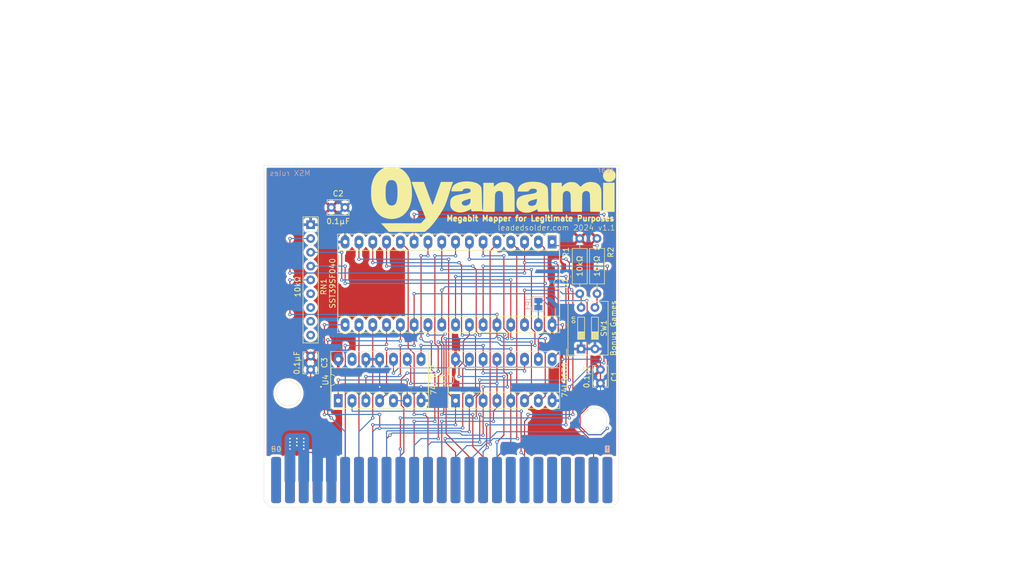
<source format=kicad_pcb>
(kicad_pcb (version 20240108) (generator "pcbnew") (generator_version "8.0")
  (layers (0 "F.Cu" signal) (31 "B.Cu" signal) (34 "B.Paste" user) (35 "F.Paste" user) (36 "B.SilkS" user "B.Silkscreen") (37 "F.SilkS" user "F.Silkscreen") (38 "B.Mask" user) (39 "F.Mask" user) (44 "Edge.Cuts" user))
  (net 0 "")
  (net 1 "Net-(JP1-B)")
  (net 2 "/D5")
  (net 3 "/D6")
  (net 4 "/A6")
  (net 5 "/PA14")
  (net 6 "/D4")
  (net 7 "/A5")
  (net 8 "/D2")
  (net 9 "/D1")
  (net 10 "/A4")
  (net 11 "/PA13")
  (net 12 "/A12")
  (net 13 "Net-(U1-A17)")
  (net 14 "/A7")
  (net 15 "/PA16")
  (net 16 "/D0")
  (net 17 "/A0")
  (net 18 "/A10")
  (net 19 "/A2")
  (net 20 "/A11")
  (net 21 "/D7")
  (net 22 "/D3")
  (net 23 "/~{SLTSL}")
  (net 24 "/A3")
  (net 25 "/PA15")
  (net 26 "/A1")
  (net 27 "/A9")
  (net 28 "/A8")
  (net 30 "/A13")
  (net 32 "/~{RD}")
  (net 33 "/A15")
  (net 34 "Net-(U2-SW1)")
  (net 35 "/~{PAGED_READ}")
  (net 36 "/A14")
  (net 43 "+5V")
  (net 45 "/~{WR}")
  (net 46 "/~{PAGE_WRITE}")
  (net 48 "GND")
  (net 49 "Net-(U4-Pad1)")
  (net 55 "Net-(U1-A18)")
  (footprint "Button_Switch_THT:SW_DIP_SPSTx02_Slide_9.78x7.26mm_W7.62mm_P2.54mm" (layer "F.Cu") (at 198.374 83.82 90)
    (property "Reference" "SW1")
    (property "Value" "Bonus Games")
  )
  (footprint "Package_DIP:DIP-14_W7.62mm_Socket_LongPads" (layer "F.Cu") (at 153.67 93.345 90)
    (property "Reference" "U4")
    (property "Value" "74LS02")
  )
  (footprint "Package_DIP:DIP-32_W15.24mm_Socket_LongPads" (layer "F.Cu") (at 193.04 64.135 -90)
    (property "Reference" "U1")
    (property "Value" "SST39SF040")
  )
  (footprint "MSX:Cartridge" (layer "F.Cu") (at 142.24 100.33)
    (property "Reference" "U2" (hide yes))
    (property "Value" "~")
  )
  (footprint "Resistor_THT:R_Array_SIP9" (layer "F.Cu") (at 148.59 60.96 -90)
    (property "Reference" "RN1")
    (property "Value" "10kΩ")
  )
  (footprint "Package_DIP:DIP-16_W7.62mm_Socket_LongPads" (layer "F.Cu") (at 175.26 93.345 90)
    (property "Reference" "U3")
    (property "Value" "74LS670")
  )
  (footprint "Logos:oyanami-45mm" (layer "F.Cu") (at 182.2 56.3)
    (property "Reference" "G***" (hide yes))
    (property "Value" "LOGO" (hide yes))
  )
  (footprint "Resistor_THT:R_Axial_DIN0207_L6.3mm_D2.5mm_P10.16mm_Horizontal" (layer "F.Cu") (at 201.295 63.5 -90)
    (property "Reference" "R2")
    (property "Value" "10kΩ")
  )
  (footprint "Capacitor_THT:C_Disc_D3.8mm_W2.6mm_P2.50mm" (layer "F.Cu") (at 201.93 87.63 -90)
    (property "Reference" "C1")
    (property "Value" "0.1µF")
  )
  (footprint "Capacitor_THT:C_Disc_D3.8mm_W2.6mm_P2.50mm" (layer "F.Cu") (at 148.59 85.13 -90)
    (property "Reference" "C3")
    (property "Value" "0.1µF")
  )
  (footprint "Resistor_THT:R_Axial_DIN0207_L6.3mm_D2.5mm_P10.16mm_Horizontal" (layer "F.Cu") (at 198.12 63.5 -90)
    (property "Reference" "R1")
    (property "Value" "10kΩ")
  )
  (footprint "Capacitor_THT:C_Disc_D3.8mm_W2.6mm_P2.50mm" (layer "F.Cu") (at 152.4 57.785)
    (property "Reference" "C2")
    (property "Value" "0.1µF")
  )
  (footprint "Jumper:SolderJumper-2_P1.3mm_Bridged_Pad1.0x1.5mm" (layer "B.Cu") (at 190.5 75.565 -90)
    (property "Reference" "JP1")
    (property "Value" "Jumper_2_Bridged")
  )
  (gr_circle (center 200.8 97) (end 203.1 97) (stroke (width 0.05)) (fill none) (layer "Edge.Cuts"))
  (gr_line (start 204.1 113) (end 141.2 113) (stroke (width 0.05)) (layer "Edge.Cuts"))
  (gr_line (start 205.3 50) (end 205.3 111.8) (stroke (width 0.05)) (layer "Edge.Cuts"))
  (gr_line (start 140 111.8) (end 140 50) (stroke (width 0.05)) (layer "Edge.Cuts"))
  (gr_circle (center 144.5 92) (end 146.8 92) (stroke (width 0.05)) (fill none) (layer "Edge.Cuts"))
  (gr_line (start 141.2 113) (end 140 111.8) (stroke (width 0.05)) (layer "Edge.Cuts"))
  (gr_line (start 205.3 111.8) (end 204.1 113) (stroke (width 0.05)) (layer "Edge.Cuts"))
  (gr_line (start 140 50) (end 205.3 50) (stroke (width 0.05)) (layer "Edge.Cuts"))
  (gr_text "MSX rules" (at 140.97 52.07 0) (layer "B.SilkS") (effects (font (size 1 1) (thickness 0.1)) (justify right bottom mirror)))
  (gr_text "rear" (at 204.47 51.435 0) (layer "B.SilkS") (effects (font (size 1 1) (thickness 0.1)) (justify left bottom mirror)))
  (gr_text "leadedsolder.com 2024 v1.1" (at 204.7 62.1 0) (layer "F.SilkS") (effects (font (size 1 1) (thickness 0.1)) (justify right bottom)))
  (gr_text "Megabit Mapper for Legitimate Purposes" (at 204.6 60.4 0) (layer "F.SilkS") (effects (font (size 1 1) (thickness 0.25) (bold yes)) (justify right bottom)))
  (segment (start 190.5 76.215) (end 190.5 79.375) (width 0.2) (layer "B.Cu") (net 1))
  (segment (start 160.02 79.375) (end 160.02 96.52) (width 0.2) (layer "F.Cu") (net 2))
  (via (at 160.02 96.52) (size 0.6) (drill 0.3) (layers "F.Cu" "B.Cu") (net 2))
  (segment (start 157.48 107.95) (end 157.48 99.06) (width 0.2) (layer "B.Cu") (net 2))
  (segment (start 157.48 99.06) (end 160.02 96.52) (width 0.2) (layer "B.Cu") (net 2))
  (segment (start 154.94 107.95) (end 154.97 107.92) (width 0.2) (layer "F.Cu") (net 3))
  (segment (start 154.97 83.215) (end 154.94 83.185) (width 0.2) (layer "F.Cu") (net 3))
  (segment (start 162.56 79.375) (end 162.56 82.969997) (width 0.2) (layer "F.Cu") (net 3))
  (segment (start 154.97 107.92) (end 154.97 83.215) (width 0.2) (layer "F.Cu") (net 3))
  (via (at 162.56 82.969997) (size 0.6) (drill 0.3) (layers "F.Cu" "B.Cu") (net 3))
  (via (at 154.94 83.185) (size 0.6) (drill 0.3) (layers "F.Cu" "B.Cu") (net 3))
  (segment (start 162.344997 83.185) (end 162.56 82.969997) (width 0.2) (layer "B.Cu") (net 3))
  (segment (start 154.94 83.185) (end 162.344997 83.185) (width 0.2) (layer "B.Cu") (net 3))
  (segment (start 173.52 82.08) (end 173.355 81.915) (width 0.2) (layer "F.Cu") (net 4))
  (segment (start 184.949844 81.750156) (end 184.949844 80.860479) (width 0.2) (layer "F.Cu") (net 4))
  (segment (start 184.15 80.060635) (end 184.15 66.675) (width 0.2) (layer "F.Cu") (net 4))
  (segment (start 184.785 81.915) (end 184.949844 81.750156) (width 0.2) (layer "F.Cu") (net 4))
  (segment (start 180.34 66.675) (end 180.34 64.135) (width 0.2) (layer "F.Cu") (net 4))
  (segment (start 177.8 103.700001) (end 173.52 99.420001) (width 0.2) (layer "F.Cu") (net 4))
  (segment (start 173.52 99.420001) (end 173.52 82.08) (width 0.2) (layer "F.Cu") (net 4))
  (segment (start 177.8 107.95) (end 177.8 103.700001) (width 0.2) (layer "F.Cu") (net 4))
  (segment (start 184.949844 80.860479) (end 184.15 80.060635) (width 0.2) (layer "F.Cu") (net 4))
  (via (at 180.34 66.675) (size 0.6) (drill 0.3) (layers "F.Cu" "B.Cu") (net 4))
  (via (at 173.355 81.915) (size 0.6) (drill 0.3) (layers "F.Cu" "B.Cu") (net 4))
  (via (at 184.15 66.675) (size 0.6) (drill 0.3) (layers "F.Cu" "B.Cu") (net 4))
  (via (at 184.785 81.915) (size 0.6) (drill 0.3) (layers "F.Cu" "B.Cu") (net 4))
  (segment (start 184.15 66.675) (end 180.34 66.675) (width 0.2) (layer "B.Cu") (net 4))
  (segment (start 182.434402 81.915) (end 183.010169 81.339233) (width 0.2) (layer "B.Cu") (net 4))
  (segment (start 184.124414 81.915) (end 184.785 81.915) (width 0.2) (layer "B.Cu") (net 4))
  (segment (start 173.355 81.915) (end 182.434402 81.915) (width 0.2) (layer "B.Cu") (net 4))
  (segment (start 183.010169 81.339233) (end 183.548647 81.339233) (width 0.2) (layer "B.Cu") (net 4))
  (segment (start 183.548647 81.339233) (end 184.124414 81.915) (width 0.2) (layer "B.Cu") (net 4))
  (segment (start 154.305 71.12) (end 154.305 66.04) (width 0.2) (layer "F.Cu") (net 5))
  (segment (start 190.9 93.345) (end 191.77 92.475) (width 0.2) (layer "F.Cu") (net 5))
  (segment (start 185.42 79.375) (end 185.42 81.699997) (width 0.2) (layer "F.Cu") (net 5))
  (segment (start 185.42 81.699997) (end 185.635003 81.915) (width 0.2) (layer "F.Cu") (net 5))
  (segment (start 185.42 79.375) (end 185.42 71.12) (width 0.2) (layer "F.Cu") (net 5))
  (segment (start 190.5 93.345) (end 190.9 93.345) (width 0.2) (layer "F.Cu") (net 5))
  (segment (start 191.77 92.475) (end 191.77 81.915) (width 0.2) (layer "F.Cu") (net 5))
  (via (at 185.42 71.12) (size 0.6) (drill 0.3) (layers "F.Cu" "B.Cu") (net 5))
  (via (at 154.305 71.12) (size 0.6) (drill 0.3) (layers "F.Cu" "B.Cu") (net 5))
  (via (at 154.305 66.04) (size 0.6) (drill 0.3) (layers "F.Cu" "B.Cu") (net 5))
  (via (at 191.77 81.915) (size 0.6) (drill 0.3) (layers "F.Cu" "B.Cu") (net 5))
  (via (at 185.635003 81.915) (size 0.6) (drill 0.3) (layers "F.Cu" "B.Cu") (net 5))
  (segment (start 191.77 81.915) (end 185.635003 81.915) (width 0.2) (layer "B.Cu") (net 5))
  (segment (start 185.42 71.12) (end 154.305 71.12) (width 0.2) (layer "B.Cu") (net 5))
  (segment (start 154.305 66.04) (end 148.59 66.04) (width 0.2) (layer "B.Cu") (net 5))
  (segment (start 157.48 107.95) (end 157.48 79.375) (width 0.2) (layer "F.Cu") (net 6))
  (segment (start 179.679683 92.049682) (end 179.705 92.024365) (width 0.2) (layer "F.Cu") (net 7))
  (segment (start 179.07 92.659365) (end 179.679683 92.049682) (width 0.2) (layer "F.Cu") (net 7))
  (segment (start 177.8 67.31) (end 177.8 64.135) (width 0.2) (layer "F.Cu") (net 7))
  (segment (start 179.705 92.024365) (end 179.705 89.535) (width 0.2) (layer "F.Cu") (net 7))
  (segment (start 196.215 72.436171) (end 196.215 67.945) (width 0.2) (layer "F.Cu") (net 7))
  (segment (start 196.215 67.945) (end 195.58 67.31) (width 0.2) (layer "F.Cu") (net 7))
  (segment (start 179.07 96.52) (end 179.07 92.659365) (width 0.2) (layer "F.Cu") (net 7))
  (segment (start 165.1 102.235) (end 165.1 96.52) (width 0.2) (layer "F.Cu") (net 7))
  (segment (start 195.974 72.677171) (end 196.215 72.436171) (width 0.2) (layer "F.Cu") (net 7))
  (segment (start 196.042074 89.362074) (end 196.042074 73.283723) (width 0.2) (layer "F.Cu") (net 7))
  (segment (start 196.215 89.535) (end 196.042074 89.362074) (width 0.2) (layer "F.Cu") (net 7))
  (segment (start 196.042074 73.283723) (end 195.974 73.215649) (width 0.2) (layer "F.Cu") (net 7))
  (segment (start 195.974 73.215649) (end 195.974 72.677171) (width 0.2) (layer "F.Cu") (net 7))
  (via (at 196.215 89.535) (size 0.6) (drill 0.3) (layers "F.Cu" "B.Cu") (net 7))
  (via (at 179.07 96.52) (size 0.6) (drill 0.3) (layers "F.Cu" "B.Cu") (net 7))
  (via (at 195.58 67.31) (size 0.6) (drill 0.3) (layers "F.Cu" "B.Cu") (net 7))
  (via (at 165.1 96.52) (size 0.6) (drill 0.3) (layers "F.Cu" "B.Cu") (net 7))
  (via (at 177.8 67.31) (size 0.6) (drill 0.3) (layers "F.Cu" "B.Cu") (net 7))
  (via (at 165.1 102.235) (size 0.6) (drill 0.3) (layers "F.Cu" "B.Cu") (net 7))
  (via (at 179.705 89.535) (size 0.6) (drill 0.3) (layers "F.Cu" "B.Cu") (net 7))
  (segment (start 179.705 89.535) (end 196.215 89.535) (width 0.2) (layer "B.Cu") (net 7))
  (segment (start 165.1 96.52) (end 179.07 96.52) (width 0.2) (layer "B.Cu") (net 7))
  (segment (start 165.1 107.95) (end 165.1 102.235) (width 0.2) (layer "B.Cu") (net 7))
  (segment (start 195.58 67.31) (end 177.8 67.31) (width 0.2) (layer "B.Cu") (net 7))
  (segment (start 173.99 92.075) (end 173.99 67.31) (width 0.2) (layer "F.Cu") (net 8))
  (segment (start 157.48 67.31) (end 157.48 64.135) (width 0.2) (layer "F.Cu") (net 8))
  (segment (start 160.02 107.95) (end 160.02 97.79) (width 0.2) (layer "F.Cu") (net 8))
  (segment (start 175.26 97.79) (end 175.26 93.345) (width 0.2) (layer "F.Cu") (net 8))
  (segment (start 175.26 93.345) (end 173.99 92.075) (width 0.2) (layer "F.Cu") (net 8))
  (via (at 173.99 67.31) (size 0.6) (drill 0.3) (layers "F.Cu" "B.Cu") (net 8))
  (via (at 160.02 97.79) (size 0.6) (drill 0.3) (layers "F.Cu" "B.Cu") (net 8))
  (via (at 175.26 97.79) (size 0.6) (drill 0.3) (layers "F.Cu" "B.Cu") (net 8))
  (via (at 157.48 67.31) (size 0.6) (drill 0.3) (layers "F.Cu" "B.Cu") (net 8))
  (segment (start 173.99 67.31) (end 157.48 67.31) (width 0.2) (layer "B.Cu") (net 8))
  (segment (start 175.26 97.79) (end 160.02 97.79) (width 0.2) (layer "B.Cu") (net 8))
  (segment (start 178.93538 92.20962) (end 178.93538 81.329762) (width 0.2) (layer "F.Cu") (net 9))
  (segment (start 177.8 99.06) (end 177.8 93.345) (width 0.2) (layer "F.Cu") (net 9))
  (segment (start 160.02 64.135) (end 160.02 67.945) (width 0.2) (layer "F.Cu") (net 9))
  (segment (start 177.8 93.345) (end 178.93538 92.20962) (width 0.2) (layer "F.Cu") (net 9))
  (segment (start 176.36 81.11) (end 176.53 81.28) (width 0.2) (layer "F.Cu") (net 9))
  (segment (start 176.36 68.41) (end 176.36 81.11) (width 0.2) (layer "F.Cu") (net 9))
  (segment (start 175.895 67.945) (end 176.36 68.41) (width 0.2) (layer "F.Cu") (net 9))
  (segment (start 178.93538 81.329762) (end 178.870618 81.265) (width 0.2) (layer "F.Cu") (net 9))
  (via (at 175.895 67.945) (size 0.6) (drill 0.3) (layers "F.Cu" "B.Cu") (net 9))
  (via (at 176.53 81.28) (size 0.6) (drill 0.3) (layers "F.Cu" "B.Cu") (net 9))
  (via (at 160.02 67.945) (size 0.6) (drill 0.3) (layers "F.Cu" "B.Cu") (net 9))
  (via (at 177.8 99.06) (size 0.6) (drill 0.3) (layers "F.Cu" "B.Cu") (net 9))
  (via (at 178.870618 81.265) (size 0.6) (drill 0.3) (layers "F.Cu" "B.Cu") (net 9))
  (segment (start 162.56 99.06) (end 162.725 98.895) (width 0.2) (layer "B.Cu") (net 9))
  (segment (start 162.725 98.895) (end 176.226371 98.895) (width 0.2) (layer "B.Cu") (net 9))
  (segment (start 162.56 107.95) (end 162.56 99.06) (width 0.2) (layer "B.Cu") (net 9))
  (segment (start 176.53 81.28) (end 178.855618 81.28) (width 0.2) (layer "B.Cu") (net 9))
  (segment (start 160.02 67.945) (end 175.895 67.945) (width 0.2) (layer "B.Cu") (net 9))
  (segment (start 178.855618 81.28) (end 178.870618 81.265) (width 0.2) (layer "B.Cu") (net 9))
  (segment (start 176.226371 98.895) (end 176.39137 99.06) (width 0.2) (layer "B.Cu") (net 9))
  (segment (start 176.39137 99.06) (end 177.8 99.06) (width 0.2) (layer "B.Cu") (net 9))
  (segment (start 165.735 94.665635) (end 165.27 94.200635) (width 0.2) (layer "F.Cu") (net 10))
  (segment (start 165.27 89.365) (end 166.37 88.265) (width 0.2) (layer "F.Cu") (net 10))
  (segment (start 175.26 66.675) (end 175.26 64.135) (width 0.2) (layer "F.Cu") (net 10))
  (segment (start 165.1 107.95) (end 165.1 103.505) (width 0.2) (layer "F.Cu") (net 10))
  (segment (start 172.07 83.454239) (end 172.07 87.945183) (width 0.2) (layer "F.Cu") (net 10))
  (segment (start 165.1 103.505) (end 165.735 102.87) (width 0.2) (layer "F.Cu") (net 10))
  (segment (start 165.735 102.87) (end 165.735 94.665635) (width 0.2) (layer "F.Cu") (net 10))
  (segment (start 165.27 94.200635) (end 165.27 89.365) (width 0.2) (layer "F.Cu") (net 10))
  (segment (start 171.45 66.675) (end 171.45 82.834239) (width 0.2) (layer "F.Cu") (net 10))
  (segment (start 171.45 82.834239) (end 172.07 83.454239) (width 0.2) (layer "F.Cu") (net 10))
  (via (at 172.07 87.945183) (size 0.6) (drill 0.3) (layers "F.Cu" "B.Cu") (net 10))
  (via (at 171.45 66.675) (size 0.6) (drill 0.3) (layers "F.Cu" "B.Cu") (net 10))
  (via (at 166.37 88.265) (size 0.6) (drill 0.3) (layers "F.Cu" "B.Cu") (net 10))
  (via (at 175.26 66.675) (size 0.6) (drill 0.3) (layers "F.Cu" "B.Cu") (net 10))
  (segment (start 171.750183 88.265) (end 172.07 87.945183) (width 0.2) (layer "B.Cu") (net 10))
  (segment (start 171.45 66.675) (end 175.26 66.675) (width 0.2) (layer "B.Cu") (net 10))
  (segment (start 166.37 88.265) (end 171.750183 88.265) (width 0.2) (layer "B.Cu") (net 10))
  (segment (start 144.78 71.12) (end 144.78 77.47) (width 0.2) (layer "F.Cu") (net 11))
  (segment (start 189.23 92.075) (end 189.23 82.55) (width 0.2) (layer "F.Cu") (net 11))
  (segment (start 182.88 81.589825) (end 183.279408 81.989233) (width 0.2) (layer "F.Cu") (net 11))
  (segment (start 187.96 93.345) (end 189.23 92.075) (width 0.2) (layer "F.Cu") (net 11))
  (segment (start 182.88 77.47) (end 182.88 79.375) (width 0.2) (layer "F.Cu") (net 11))
  (segment (start 182.88 79.375) (end 182.88 81.589825) (width 0.2) (layer "F.Cu") (net 11))
  (via (at 144.78 77.47) (size 0.6) (drill 0.3) (layers "F.Cu" "B.Cu") (net 11))
  (via (at 182.88 77.47) (size 0.6) (drill 0.3) (layers "F.Cu" "B.Cu") (net 11))
  (via (at 189.23 82.55) (size 0.6) (drill 0.3) (layers "F.Cu" "B.Cu") (net 11))
  (via (at 144.78 71.12) (size 0.6) (drill 0.3) (layers "F.Cu" "B.Cu") (net 11))
  (via (at 183.279408 81.989233) (size 0.6) (drill 0.3) (layers "F.Cu" "B.Cu") (net 11))
  (segment (start 148.59 71.12) (end 144.78 71.12) (width 0.2) (layer "B.Cu") (net 11))
  (segment (start 144.78 77.47) (end 182.88 77.47) (width 0.2) (layer "B.Cu") (net 11))
  (segment (start 189.23 82.55) (end 183.840175 82.55) (width 0.2) (layer "B.Cu") (net 11))
  (segment (start 183.840175 82.55) (end 183.279408 81.989233) (width 0.2) (layer "B.Cu") (net 11))
  (segment (start 185.42 64.135) (end 186.52 65.235) (width 0.2) (layer "F.Cu") (net 12))
  (segment (start 186.52 65.235) (end 186.52 100.16) (width 0.2) (layer "F.Cu") (net 12))
  (segment (start 186.52 100.16) (end 186.69 100.33) (width 0.2) (layer "F.Cu") (net 12))
  (via (at 186.69 100.33) (size 0.6) (drill 0.3) (layers "F.Cu" "B.Cu") (net 12))
  (segment (start 186.69 100.33) (end 182.175686 100.33) (width 0.2) (layer "B.Cu") (net 12))
  (segment (start 180.859239 100.73) (end 179.974239 101.615) (width 0.2) (layer "B.Cu") (net 12))
  (segment (start 181.775686 100.73) (end 180.859239 100.73) (width 0.2) (layer "B.Cu") (net 12))
  (segment (start 175.26 103.700001) (end 175.26 107.95) (width 0.2) (layer "B.Cu") (net 12))
  (segment (start 179.974239 101.615) (end 177.345001 101.615) (width 0.2) (layer "B.Cu") (net 12))
  (segment (start 177.345001 101.615) (end 175.26 103.700001) (width 0.2) (layer "B.Cu") (net 12))
  (segment (start 182.175686 100.33) (end 181.775686 100.73) (width 0.2) (layer "B.Cu") (net 12))
  (segment (start 198.374 76.2) (end 198.374 73.914) (width 0.2) (layer "F.Cu") (net 13))
  (segment (start 198.374 73.914) (end 198.12 73.66) (width 0.2) (layer "F.Cu") (net 13))
  (segment (start 187.96 73.025) (end 187.96 79.375) (width 0.2) (layer "F.Cu") (net 13))
  (via (at 187.96 73.025) (size 0.6) (drill 0.3) (layers "F.Cu" "B.Cu") (net 13))
  (segment (start 198.12 73.66) (end 194.945 73.66) (width 0.2) (layer "B.Cu") (net 13))
  (segment (start 194.945 73.66) (end 194.31 73.025) (width 0.2) (layer "B.Cu") (net 13))
  (segment (start 194.31 73.025) (end 187.96 73.025) (width 0.2) (layer "B.Cu") (net 13))
  (segment (start 182.88 64.535) (end 181.62179 65.79321) (width 0.2) (layer "F.Cu") (net 14))
  (segment (start 181.62179 101.287972) (end 181.664797 101.330979) (width 0.2) (layer "F.Cu") (net 14))
  (segment (start 182.88 64.135) (end 182.88 64.535) (width 0.2) (layer "F.Cu") (net 14))
  (segment (start 181.62179 65.79321) (end 181.62179 101.287972) (width 0.2) (layer "F.Cu") (net 14))
  (via (at 181.664797 101.330979) (size 0.6) (drill 0.3) (layers "F.Cu" "B.Cu") (net 14))
  (segment (start 177.8 107.95) (end 177.8 104.354925) (width 0.2) (layer "B.Cu") (net 14))
  (segment (start 181.024925 101.13) (end 181.463818 101.13) (width 0.2) (layer "B.Cu") (net 14))
  (segment (start 177.8 104.354925) (end 181.024925 101.13) (width 0.2) (layer "B.Cu") (net 14))
  (segment (start 181.463818 101.13) (end 181.664797 101.330979) (width 0.2) (layer "B.Cu") (net 14))
  (segment (start 191.77 71.755) (end 191.6 71.925) (width 0.2) (layer "F.Cu") (net 15))
  (segment (start 191.6 65.235) (end 191.6 71.585) (width 0.2) (layer "F.Cu") (net 15))
  (segment (start 190.5 81.915) (end 190.5 85.725) (width 0.2) (layer "F.Cu") (net 15))
  (segment (start 191.6 71.925) (end 191.6 80.815) (width 0.2) (layer "F.Cu") (net 15))
  (segment (start 154.94 71.755) (end 154.94 68.58) (width 0.2) (layer "F.Cu") (net 15))
  (segment (start 191.6 71.585) (end 191.77 71.755) (width 0.2) (layer "F.Cu") (net 15))
  (segment (start 190.5 64.135) (end 191.6 65.235) (width 0.2) (layer "F.Cu") (net 15))
  (segment (start 191.6 80.815) (end 190.5 81.915) (width 0.2) (layer "F.Cu") (net 15))
  (via (at 154.94 71.755) (size 0.6) (drill 0.3) (layers "F.Cu" "B.Cu") (net 15))
  (via (at 191.77 71.755) (size 0.6) (drill 0.3) (layers "F.Cu" "B.Cu") (net 15))
  (via (at 154.94 68.58) (size 0.6) (drill 0.3) (layers "F.Cu" "B.Cu") (net 15))
  (segment (start 191.77 71.755) (end 154.94 71.755) (width 0.2) (layer "B.Cu") (net 15))
  (segment (start 154.94 68.58) (end 148.59 68.58) (width 0.2) (layer "B.Cu") (net 15))
  (segment (start 180.34 99.695) (end 180.34 93.345) (width 0.2) (layer "F.Cu") (net 16))
  (segment (start 180.34 90.805) (end 180.34 93.345) (width 0.2) (layer "F.Cu") (net 16))
  (segment (start 178.435 68.58) (end 179.07 69.215) (width 0.2) (layer "F.Cu") (net 16))
  (segment (start 184.15 81.321034) (end 184.299844 81.17119) (width 0.2) (layer "F.Cu") (net 16))
  (segment (start 179.07 80.615) (end 179.705 81.25) (width 0.2) (layer "F.Cu") (net 16))
  (segment (start 162.56 107.95) (end 162.56 100.33) (width 0.2) (layer "F.Cu") (net 16))
  (segment (start 184.8 90.805) (end 184.8 88.630761) (width 0.2) (layer "F.Cu") (net 16))
  (segment (start 179.07 69.215) (end 179.07 80.615) (width 0.2) (layer "F.Cu") (net 16))
  (segment (start 184.8 88.630761) (end 184.15 87.980761) (width 0.2) (layer "F.Cu") (net 16))
  (segment (start 162.56 64.135) (end 162.56 68.58) (width 0.2) (layer "F.Cu") (net 16))
  (segment (start 184.15 87.980761) (end 184.15 81.321034) (width 0.2) (layer "F.Cu") (net 16))
  (segment (start 162.56 100.33) (end 163.195 99.695) (width 0.2) (layer "F.Cu") (net 16))
  (segment (start 179.705 81.25) (end 179.705 81.28) (width 0.2) (layer "F.Cu") (net 16))
  (via (at 180.34 90.805) (size 0.6) (drill 0.3) (layers "F.Cu" "B.Cu") (net 16))
  (via (at 184.8 90.805) (size 0.6) (drill 0.3) (layers "F.Cu" "B.Cu") (net 16))
  (via (at 163.195 99.695) (size 0.6) (drill 0.3) (layers "F.Cu" "B.Cu") (net 16))
  (via (at 180.34 99.695) (size 0.6) (drill 0.3) (layers "F.Cu" "B.Cu") (net 16))
  (via (at 162.56 68.58) (size 0.6) (drill 0.3) (layers "F.Cu" "B.Cu") (net 16))
  (via (at 184.299844 81.17119) (size 0.6) (drill 0.3) (layers "F.Cu" "B.Cu") (net 16))
  (via (at 178.435 68.58) (size 0.6) (drill 0.3) (layers "F.Cu" "B.Cu") (net 16))
  (via (at 179.705 81.28) (size 0.6) (drill 0.3) (layers "F.Cu" "B.Cu") (net 16))
  (segment (start 163.195 99.695) (end 163.595 99.295) (width 0.2) (layer "B.Cu") (net 16))
  (segment (start 162.56 68.58) (end 178.435 68.58) (width 0.2) (layer "B.Cu") (net 16))
  (segment (start 176.460685 99.695) (end 180.34 99.695) (width 0.2) (layer "B.Cu") (net 16))
  (segment (start 180.045767 80.939233) (end 184.067887 80.939233) (width 0.2) (layer "B.Cu") (net 16))
  (segment (start 163.595 99.295) (end 176.060685 99.295) (width 0.2) (layer "B.Cu") (net 16))
  (segment (start 184.067887 80.939233) (end 184.299844 81.17119) (width 0.2) (layer "B.Cu") (net 16))
  (segment (start 176.060685 99.295) (end 176.460685 99.695) (width 0.2) (layer "B.Cu") (net 16))
  (segment (start 179.705 81.28) (end 180.045767 80.939233) (width 0.2) (layer "B.Cu") (net 16))
  (segment (start 180.34 90.805) (end 184.8 90.805) (width 0.2) (layer "B.Cu") (net 16))
  (segment (start 165.1 64.135) (end 166.54 65.575) (width 0.2) (layer "F.Cu") (net 17))
  (segment (start 169.545 95.885) (end 170.18 96.52) (width 0.2) (layer "F.Cu") (net 17))
  (segment (start 166.54 83.599365) (end 167.64 84.699365) (width 0.2) (layer "F.Cu") (net 17))
  (segment (start 166.54 65.575) (end 166.54 83.599365) (width 0.2) (layer "F.Cu") (net 17))
  (segment (start 167.64 84.699365) (end 167.64 95.885) (width 0.2) (layer "F.Cu") (net 17))
  (segment (start 170.18 96.52) (end 170.18 107.95) (width 0.2) (layer "F.Cu") (net 17))
  (via (at 167.64 95.885) (size 0.6) (drill 0.3) (layers "F.Cu" "B.Cu") (net 17))
  (via (at 169.545 95.885) (size 0.6) (drill 0.3) (layers "F.Cu" "B.Cu") (net 17))
  (segment (start 167.64 95.885) (end 169.545 95.885) (width 0.2) (layer "B.Cu") (net 17))
  (segment (start 173.12 83.019314) (end 172.705 82.604314) (width 0.2) (layer "F.Cu") (net 18))
  (segment (start 173.12 95.485) (end 173.12 83.019314) (width 0.2) (layer "F.Cu") (net 18))
  (segment (start 170.18 81.28) (end 170.18 79.375) (width 0.2) (layer "F.Cu") (net 18))
  (segment (start 180.34 103.700001) (end 178.435 101.795001) (width 0.2) (layer "F.Cu") (net 18))
  (segment (start 172.705 81.714997) (end 173.355 81.064997) (width 0.2) (layer "F.Cu") (net 18))
  (segment (start 178.435 101.795001) (end 178.435 95.885) (width 0.2) (layer "F.Cu") (net 18))
  (segment (start 172.705 82.604314) (end 172.705 81.714997) (width 0.2) (layer "F.Cu") (net 18))
  (segment (start 172.72 95.885) (end 173.12 95.485) (width 0.2) (layer "F.Cu") (net 18))
  (segment (start 180.34 107.95) (end 180.34 103.700001) (width 0.2) (layer "F.Cu") (net 18))
  (via (at 172.72 95.885) (size 0.6) (drill 0.3) (layers "F.Cu" "B.Cu") (net 18))
  (via (at 178.435 95.885) (size 0.6) (drill 0.3) (layers "F.Cu" "B.Cu") (net 18))
  (via (at 170.18 81.28) (size 0.6) (drill 0.3) (layers "F.Cu" "B.Cu") (net 18))
  (via (at 173.355 81.064997) (size 0.6) (drill 0.3) (layers "F.Cu" "B.Cu") (net 18))
  (segment (start 170.18 81.28) (end 173.139997 81.28) (width 0.2) (layer "B.Cu") (net 18))
  (segment (start 178.435 95.885) (end 172.72 95.885) (width 0.2) (layer "B.Cu") (net 18))
  (segment (start 173.139997 81.28) (end 173.355 81.064997) (width 0.2) (layer "B.Cu") (net 18))
  (segment (start 167.64 107.95) (end 167.64 97.155) (width 0.2) (layer "F.Cu") (net 19))
  (segment (start 171.45 88.265) (end 170.815 87.63) (width 0.2) (layer "F.Cu") (net 19))
  (segment (start 171.45 97.155) (end 171.45 88.265) (width 0.2) (layer "F.Cu") (net 19))
  (segment (start 170.815 87.63) (end 170.815 82.55) (width 0.2) (layer "F.Cu") (net 19))
  (segment (start 168.91 81.915) (end 168.91 66.675) (width 0.2) (layer "F.Cu") (net 19))
  (segment (start 170.18 66.675) (end 170.18 64.135) (width 0.2) (layer "F.Cu") (net 19))
  (via (at 171.45 97.155) (size 0.6) (drill 0.3) (layers "F.Cu" "B.Cu") (net 19))
  (via (at 167.64 97.155) (size 0.6) (drill 0.3) (layers "F.Cu" "B.Cu") (net 19))
  (via (at 170.18 66.675) (size 0.6) (drill 0.3) (layers "F.Cu" "B.Cu") (net 19))
  (via (at 168.91 81.915) (size 0.6) (drill 0.3) (layers "F.Cu" "B.Cu") (net 19))
  (via (at 168.91 66.675) (size 0.6) (drill 0.3) (layers "F.Cu" "B.Cu") (net 19))
  (via (at 170.815 82.55) (size 0.6) (drill 0.3) (layers "F.Cu" "B.Cu") (net 19))
  (segment (start 168.91 66.675) (end 170.18 66.675) (width 0.2) (layer "B.Cu") (net 19))
  (segment (start 170.815 82.55) (end 169.545 82.55) (width 0.2) (layer "B.Cu") (net 19))
  (segment (start 169.545 82.55) (end 168.91 81.915) (width 0.2) (layer "B.Cu") (net 19))
  (segment (start 167.64 97.155) (end 171.45 97.155) (width 0.2) (layer "B.Cu") (net 19))
  (segment (start 195.574 72.511485) (end 195.58 72.505486) (width 0.2) (layer "F.Cu") (net 20))
  (segment (start 195.574 73.381335) (end 195.574 72.511485) (width 0.2) (layer "F.Cu") (net 20))
  (segment (start 195.58 73.387335) (end 195.574 73.381335) (width 0.2) (layer "F.Cu") (net 20))
  (segment (start 175.26 70.485) (end 175.26 79.375) (width 0.2) (layer "F.Cu") (net 20))
  (segment (start 180.975 97.79) (end 180.975 101.840708) (width 0.2) (layer "F.Cu") (net 20))
  (segment (start 180.975 101.840708) (end 181.104228 101.969936) (width 0.2) (layer "F.Cu") (net 20))
  (segment (start 195.58 97.79) (end 195.58 73.387335) (width 0.2) (layer "F.Cu") (net 20))
  (segment (start 195.58 72.505486) (end 195.58 70.485) (width 0.2) (layer "F.Cu") (net 20))
  (via (at 180.975 97.79) (size 0.6) (drill 0.3) (layers "F.Cu" "B.Cu") (net 20))
  (via (at 195.58 70.485) (size 0.6) (drill 0.3) (layers "F.Cu" "B.Cu") (net 20))
  (via (at 175.26 70.485) (size 0.6) (drill 0.3) (layers "F.Cu" "B.Cu") (net 20))
  (via (at 195.58 97.79) (size 0.6) (drill 0.3) (layers "F.Cu" "B.Cu") (net 20))
  (via (at 181.104228 101.969936) (size 0.6) (drill 0.3) (layers "F.Cu" "B.Cu") (net 20))
  (segment (start 180.975 97.79) (end 195.58 97.79) (width 0.2) (layer "B.Cu") (net 20))
  (segment (start 195.58 70.485) (end 175.26 70.485) (width 0.2) (layer "B.Cu") (net 20))
  (segment (start 180.34 107.95) (end 180.34 102.734164) (width 0.2) (layer "B.Cu") (net 20))
  (segment (start 180.34 102.734164) (end 181.104228 101.969936) (width 0.2) (layer "B.Cu") (net 20))
  (segment (start 165.1 79.375) (end 165.1 82.334997) (width 0.2) (layer "F.Cu") (net 21))
  (segment (start 152.4 96.52) (end 151.735 95.855) (width 0.2) (layer "F.Cu") (net 21))
  (segment (start 151.735 95.855) (end 151.735 82.153263) (width 0.2) (layer "F.Cu") (net 21))
  (segment (start 151.735 82.153263) (end 151.746585 82.141678) (width 0.2) (layer "F.Cu") (net 21))
  (via (at 152.4 96.52) (size 0.6) (drill 0.3) (layers "F.Cu" "B.Cu") (net 21))
  (via (at 151.746585 82.141678) (size 0.6) (drill 0.3) (layers "F.Cu" "B.Cu") (net 21))
  (via (at 165.1 82.334997) (size 0.6) (drill 0.3) (layers "F.Cu" "B.Cu") (net 21))
  (segment (start 165.1 82.334997) (end 165.085 82.319997) (width 0.2) (layer "B.Cu") (net 21))
  (segment (start 165.085 82.319997) (end 151.924904 82.319997) (width 0.2) (layer "B.Cu") (net 21))
  (segment (start 154.94 99.06) (end 152.4 96.52) (width 0.2) (layer "B.Cu") (net 21))
  (segment (start 151.924904 82.319997) (end 151.746585 82.141678) (width 0.2) (layer "B.Cu") (net 21))
  (segment (start 154.94 107.95) (end 154.94 99.06) (width 0.2) (layer "B.Cu") (net 21))
  (segment (start 151.13 79.375) (end 151.13 95.885) (width 0.2) (layer "F.Cu") (net 22))
  (segment (start 161.29 95.885) (end 161.29 98.425) (width 0.2) (layer "F.Cu") (net 22))
  (segment (start 177.8 86.325) (end 176.579085 87.545915) (width 0.2) (layer "F.Cu") (net 22))
  (segment (start 177.8 85.725) (end 177.8 86.325) (width 0.2) (layer "F.Cu") (net 22))
  (segment (start 176.579085 87.545915) (end 176.579085 98.34902) (width 0.2) (layer "F.Cu") (net 22))
  (via (at 161.29 95.885) (size 0.6) (drill 0.3) (layers "F.Cu" "B.Cu") (net 22))
  (via (at 161.29 98.425) (size 0.6) (drill 0.3) (layers "F.Cu" "B.Cu") (net 22))
  (via (at 151.13 95.885) (size 0.6) (drill 0.3) (layers "F.Cu" "B.Cu") (net 22))
  (via (at 176.579085 98.34902) (size 0.6) (drill 0.3) (layers "F.Cu" "B.Cu") (net 22))
  (via (at 151.13 79.375) (size 0.6) (drill 0.3) (layers "F.Cu" "B.Cu") (net 22))
  (segment (start 160.02 107.95) (end 160.02 99.06) (width 0.2) (layer "B.Cu") (net 22))
  (segment (start 160.655 98.425) (end 161.29 98.425) (width 0.2) (layer "B.Cu") (net 22))
  (segment (start 154.94 79.375) (end 151.13 79.375) (width 0.2) (layer "B.Cu") (net 22))
  (segment (start 151.13 95.885) (end 161.29 95.885) (width 0.2) (layer "B.Cu") (net 22))
  (segment (start 161.29 98.425) (end 176.503105 98.425) (width 0.2) (layer "B.Cu") (net 22))
  (segment (start 160.02 99.06) (end 160.655 98.425) (width 0.2) (layer "B.Cu") (net 22))
  (segment (start 176.503105 98.425) (end 176.579085 98.34902) (width 0.2) (layer "B.Cu") (net 22))
  (segment (start 199.39 74.93) (end 199.474 75.014) (width 0.2) (layer "F.Cu") (net 23))
  (segment (start 197.797548 95.746942) (end 199.474 94.07049) (width 0.2) (layer "F.Cu") (net 23))
  (segment (start 165.1 83.185) (end 165.1 88.615761) (width 0.2) (layer "F.Cu") (net 23))
  (segment (start 197.797548 95.746942) (end 197.797548 98.253058) (width 0.2) (layer "F.Cu") (net 23))
  (segment (start 199.474 75.014) (end 199.474 94.07049) (width 0.2) (layer "F.Cu") (net 23))
  (segment (start 167.64 79.375) (end 167.64 73.66) (width 0.2) (layer "F.Cu") (net 23))
  (segment (start 158.75 93.345) (end 158.75 88.9) (width 0.2) (layer "F.Cu") (net 23))
  (segment (start 197.797548 98.253058) (end 200.66 101.11551) (width 0.2) (layer "F.Cu") (net 23))
  (segment (start 167.64 83.185) (end 167.64 79.375) (width 0.2) (layer "F.Cu") (net 23))
  (segment (start 165.1 88.615761) (end 165.004028 88.711733) (width 0.2) (layer "F.Cu") (net 23))
  (segment (start 200.66 101.11551) (end 200.66 107.95) (width 0.2) (layer "F.Cu") (net 23))
  (via (at 158.75 88.9) (size 0.6) (drill 0.3) (layers "F.Cu" "B.Cu") (net 23))
  (via (at 165.1 83.185) (size 0.6) (drill 0.3) (layers "F.Cu" "B.Cu") (net 23))
  (via (at 167.64 73.66) (size 0.6) (drill 0.3) (layers "F.Cu" "B.Cu") (net 23))
  (via (at 167.64 83.185) (size 0.6) (drill 0.3) (layers "F.Cu" "B.Cu") (net 23))
  (via (at 199.39 74.93) (size 0.6) (drill 0.3) (layers "F.Cu" "B.Cu") (net 23))
  (via (at 165.004028 88.711733) (size 0.6) (drill 0.3) (layers "F.Cu" "B.Cu") (net 23))
  (segment (start 158.75 88.9) (end 164.815761 88.9) (width 0.2) (layer "B.Cu") (net 23))
  (segment (start 164.815761 88.9) (end 165.004028 88.711733) (width 0.2) (layer "B.Cu") (net 23))
  (segment (start 199.39 74.93) (end 194.31 74.93) (width 0.2) (layer "B.Cu") (net 23))
  (segment (start 194.31 74.93) (end 193.04 73.66) (width 0.2) (layer "B.Cu") (net 23))
  (segment (start 193.04 73.66) (end 167.64 73.66) (width 0.2) (layer "B.Cu") (net 23))
  (segment (start 165.1 83.185) (end 167.64 83.185) (width 0.2) (layer "B.Cu") (net 23))
  (segment (start 189.23 80.060635) (end 189.23 69.215) (width 0.2) (layer "F.Cu") (net 24))
  (segment (start 189.865 83.185) (end 189.865 80.695635) (width 0.2) (layer "F.Cu") (net 24))
  (segment (start 172.085 88.9) (end 172.72 88.265) (width 0.2) (layer "F.Cu") (net 24))
  (segment (start 172.72 88.265) (end 172.72 83.185) (width 0.2) (layer "F.Cu") (net 24))
  (segment (start 172.72 83.185) (end 172.085 82.55) (width 0.2) (layer "F.Cu") (net 24))
  (segment (start 189.865 80.695635) (end 189.23 80.060635) (width 0.2) (layer "F.Cu") (net 24))
  (segment (start 172.085 100.33) (end 172.085 88.9) (width 0.2) (layer "F.Cu") (net 24))
  (segment (start 172.72 69.215) (end 172.72 64.135) (width 0.2) (layer "F.Cu") (net 24))
  (via (at 172.085 82.55) (size 0.6) (drill 0.3) (layers "F.Cu" "B.Cu") (net 24))
  (via (at 172.085 100.33) (size 0.6) (drill 0.3) (layers "F.Cu" "B.Cu") (net 24))
  (via (at 189.865 83.185) (size 0.6) (drill 0.3) (layers "F.Cu" "B.Cu") (net 24))
  (via (at 172.72 69.215) (size 0.6) (drill 0.3) (layers "F.Cu" "B.Cu") (net 24))
  (via (at 189.23 69.215) (size 0.6) (drill 0.3) (layers "F.Cu" "B.Cu") (net 24))
  (segment (start 172.085 82.55) (end 182.950712 82.55) (width 0.2) (layer "B.Cu") (net 24))
  (segment (start 167.64 101.6) (end 168.91 100.33) (width 0.2) (layer "B.Cu") (net 24))
  (segment (start 167.64 107.95) (end 167.64 101.6) (width 0.2) (layer "B.Cu") (net 24))
  (segment (start 189.23 69.215) (end 172.72 69.215) (width 0.2) (layer "B.Cu") (net 24))
  (segment (start 183.585712 83.185) (end 189.865 83.185) (width 0.2) (layer "B.Cu") (net 24))
  (segment (start 182.950712 82.55) (end 183.585712 83.185) (width 0.2) (layer "B.Cu") (net 24))
  (segment (start 168.91 100.33) (end 172.085 100.33) (width 0.2) (layer "B.Cu") (net 24))
  (segment (start 144.78 69.85) (end 144.78 63.5) (width 0.2) (layer "F.Cu") (net 25))
  (segment (start 187.96 67.945) (end 187.96 64.135) (width 0.2) (layer "F.Cu") (net 25))
  (segment (start 194.14 84.625) (end 194.14 68.41) (width 0.2) (layer "F.Cu") (net 25))
  (segment (start 194.14 68.41) (end 193.675 67.945) (width 0.2) (layer "F.Cu") (net 25))
  (segment (start 193.04 85.725) (end 194.14 84.625) (width 0.2) (layer "F.Cu") (net 25))
  (segment (start 187.96 67.945) (end 187.96 69.85) (width 0.2) (layer "F.Cu") (net 25))
  (via (at 187.96 67.945) (size 0.6) (drill 0.3) (layers "F.Cu" "B.Cu") (net 25))
  (via (at 144.78 63.5) (size 0.6) (drill 0.3) (layers "F.Cu" "B.Cu") (net 25))
  (via (at 144.78 69.85) (size 0.6) (drill 0.3) (layers "F.Cu" "B.Cu") (net 25))
  (via (at 193.675 67.945) (size 0.6) (drill 0.3) (layers "F.Cu" "B.Cu") (net 25))
  (via (at 187.96 69.85) (size 0.6) (drill 0.3) (layers "F.Cu" "B.Cu") (net 25))
  (segment (start 144.78 63.5) (end 148.59 63.5) (width 0.2) (layer "B.Cu") (net 25))
  (segment (start 187.96 69.85) (end 144.78 69.85) (width 0.2) (layer "B.Cu") (net 25))
  (segment (start 193.675 67.945) (end 187.96 67.945) (width 0.2) (layer "B.Cu") (net 25))
  (segment (start 202.565 86.36) (end 202.565 59.055) (width 0.2) (layer "F.Cu") (net 26))
  (segment (start 167.64 59.055) (end 167.64 64.135) (width 0.2) (layer "F.Cu") (net 26))
  (segment (start 196.215 96.52) (end 196.215 90.805) (width 0.2) (layer "F.Cu") (net 26))
  (segment (start 179.705 100.965) (end 179.705 95.885) (width 0.2) (layer "F.Cu") (net 26))
  (via (at 179.705 100.965) (size 0.6) (drill 0.3) (layers "F.Cu" "B.Cu") (net 26))
  (via (at 196.215 90.805) (size 0.6) (drill 0.3) (layers "F.Cu" "B.Cu") (net 26))
  (via (at 196.215 96.52) (size 0.6) (drill 0.3) (layers "F.Cu" "B.Cu") (net 26))
  (via (at 167.64 59.055) (size 0.6) (drill 0.3) (layers "F.Cu" "B.Cu") (net 26))
  (via (at 202.565 59.055) (size 0.6) (drill 0.3) (layers "F.Cu" "B.Cu") (net 26))
  (via (at 179.705 95.885) (size 0.6) (drill 0.3) (layers "F.Cu" "B.Cu") (net 26))
  (via (at 202.565 86.36) (size 0.6) (drill 0.3) (layers "F.Cu" "B.Cu") (net 26))
  (segment (start 198.12 88.9) (end 200.66 86.36) (width 0.2) (layer "B.Cu") (net 26))
  (segment (start 179.705 95.885) (end 180.34 96.52) (width 0.2) (layer "B.Cu") (net 26))
  (segment (start 196.215 90.805) (end 198.12 88.9) (width 0.2) (layer "B.Cu") (net 26))
  (segment (start 200.66 86.36) (end 202.565 86.36) (width 0.2) (layer "B.Cu") (net 26))
  (segment (start 170.815 100.965) (end 179.705 100.965) (width 0.2) (layer "B.Cu") (net 26))
  (segment (start 202.565 59.055) (end 167.64 59.055) (width 0.2) (layer "B.Cu") (net 26))
  (segment (start 170.18 107.95) (end 170.18 101.6) (width 0.2) (layer "B.Cu") (net 26))
  (segment (start 170.18 101.6) (end 170.815 100.965) (width 0.2) (layer "B.Cu") (net 26))
  (segment (start 180.34 96.52) (end 196.215 96.52) (width 0.2) (layer "B.Cu") (net 26))
  (segment (start 177.8 81.28) (end 177.8 79.375) (width 0.2) (layer "F.Cu") (net 27))
  (segment (start 175.895 88.9) (end 175.895 87.045635) (width 0.2) (layer "F.Cu") (net 27))
  (segment (start 184.15 99.695) (end 184.15 88.9) (width 0.2) (layer "F.Cu") (net 27))
  (segment (start 176.7 86.240635) (end 176.7 82.38) (width 0.2) (layer "F.Cu") (net 27))
  (segment (start 175.895 87.045635) (end 176.7 86.240635) (width 0.2) (layer "F.Cu") (net 27))
  (segment (start 182.88 100.965) (end 184.15 99.695) (width 0.2) (layer "F.Cu") (net 27))
  (segment (start 176.7 82.38) (end 177.8 81.28) (width 0.2) (layer "F.Cu") (net 27))
  (via (at 184.15 88.9) (size 0.6) (drill 0.3) (layers "F.Cu" "B.Cu") (net 27))
  (via (at 175.895 88.9) (size 0.6) (drill 0.3) (layers "F.Cu" "B.Cu") (net 27))
  (via (at 182.88 100.965) (size 0.6) (drill 0.3) (layers "F.Cu" "B.Cu") (net 27))
  (segment (start 182.88 107.95) (end 182.88 100.965) (width 0.2) (layer "B.Cu") (net 27))
  (segment (start 184.15 88.9) (end 175.895 88.9) (width 0.2) (layer "B.Cu") (net 27))
  (segment (start 200.025 92.075) (end 203.2 92.075) (width 0.2) (layer "F.Cu") (net 28))
  (segment (start 198.197548 98.087372) (end 198.197548 95.912628) (width 0.2) (layer "F.Cu") (net 28))
  (segment (start 203.2 92.075) (end 203.2 68.58) (width 0.2) (layer "F.Cu") (net 28))
  (segment (start 198.197548 95.912628) (end 200.025 94.085176) (width 0.2) (layer "F.Cu") (net 28))
  (segment (start 202.033759 99.602452) (end 199.712628 99.602452) (width 0.2) (layer "F.Cu") (net 28))
  (segment (start 173.355 100.965) (end 173.355 100.33) (width 0.2) (layer "F.Cu") (net 28))
  (segment (start 180.34 68.58) (end 180.34 79.375) (width 0.2) (layer "F.Cu") (net 28))
  (segment (start 175.26 107.95) (end 175.26 102.87) (width 0.2) (layer "F.Cu") (net 28))
  (segment (start 175.26 102.87) (end 173.355 100.965) (width 0.2) (layer "F.Cu") (net 28))
  (segment (start 200.025 94.085176) (end 200.025 92.075) (width 0.2) (layer "F.Cu") (net 28))
  (segment (start 203.206551 98.42966) (end 202.033759 99.602452) (width 0.2) (layer "F.Cu") (net 28))
  (segment (start 199.712628 99.602452) (end 198.197548 98.087372) (width 0.2) (layer "F.Cu") (net 28))
  (via (at 203.2 68.58) (size 0.6) (drill 0.3) (layers "F.Cu" "B.Cu") (net 28))
  (via (at 180.34 68.58) (size 0.6) (drill 0.3) (layers "F.Cu" "B.Cu") (net 28))
  (via (at 203.206551 98.42966) (size 0.6) (drill 0.3) (layers "F.Cu" "B.Cu") (net 28))
  (via (at 173.355 100.33) (size 0.6) (drill 0.3) (layers "F.Cu" "B.Cu") (net 28))
  (segment (start 173.355 100.33) (end 181.61 100.33) (width 0.2) (layer "B.Cu") (net 28))
  (segment (start 199.745766 99.602452) (end 202.033759 99.602452) (width 0.2) (layer "B.Cu") (net 28))
  (segment (start 199.203314 99.06) (end 199.745766 99.602452) (width 0.2) (layer "B.Cu") (net 28))
  (segment (start 203.2 68.58) (end 180.34 68.58) (width 0.2) (layer "B.Cu") (net 28))
  (segment (start 181.61 100.33) (end 182.88 99.06) (width 0.2) (layer "B.Cu") (net 28))
  (segment (start 182.88 99.06) (end 199.203314 99.06) (width 0.2) (layer "B.Cu") (net 28))
  (segment (start 202.033759 99.602452) (end 203.206551 98.42966) (width 0.2) (layer "B.Cu") (net 28))
  (segment (start 182.88 93.345) (end 182.88 94.615) (width 0.2) (layer "F.Cu") (net 30))
  (segment (start 182.88 94.615) (end 182.245 95.25) (width 0.2) (layer "F.Cu") (net 30))
  (segment (start 167.005 86.995) (end 166.37 86.36) (width 0.2) (layer "F.Cu") (net 30))
  (segment (start 167.005 86.995) (end 167.005 90.17) (width 0.2) (layer "F.Cu") (net 30))
  (segment (start 166.37 85.725) (end 166.37 86.36) (width 0.2) (layer "F.Cu") (net 30))
  (segment (start 182.88 93.345) (end 182.88 90.17) (width 0.2) (layer "F.Cu") (net 30))
  (segment (start 182.88 90.17) (end 182.88 85.725) (width 0.2) (layer "F.Cu") (net 30))
  (segment (start 172.72 97.155) (end 172.72 107.95) (width 0.2) (layer "F.Cu") (net 30))
  (segment (start 182.245 95.25) (end 182.245 97.155) (width 0.2) (layer "F.Cu") (net 30))
  (via (at 182.245 97.155) (size 0.6) (drill 0.3) (layers "F.Cu" "B.Cu") (net 30))
  (via (at 182.88 90.17) (size 0.6) (drill 0.3) (layers "F.Cu" "B.Cu") (net 30))
  (via (at 167.005 90.17) (size 0.6) (drill 0.3) (layers "F.Cu" "B.Cu") (net 30))
  (via (at 172.72 97.155) (size 0.6) (drill 0.3) (layers "F.Cu" "B.Cu") (net 30))
  (segment (start 167.005 90.17) (end 182.88 90.17) (width 0.2) (layer "B.Cu") (net 30))
  (segment (start 182.245 97.155) (end 172.72 97.155) (width 0.2) (layer "B.Cu") (net 30))
  (segment (start 196.85 73.17241) (end 196.624 72.94641) (width 0.2) (layer "F.Cu") (net 32))
  (segment (start 187.96 97.155) (end 187.96 107.95) (width 0.2) (layer "F.Cu") (net 32))
  (segment (start 172.72 79.375) (end 172.72 73.025) (width 0.2) (layer "F.Cu") (net 32))
  (segment (start 188.595 96.52) (end 187.96 97.155) (width 0.2) (layer "F.Cu") (net 32))
  (segment (start 188.595 95.885) (end 188.595 96.52) (width 0.2) (layer "F.Cu") (net 32))
  (segment (start 196.85 95.885) (end 196.85 73.17241) (width 0.2) (layer "F.Cu") (net 32))
  (via (at 196.85 95.885) (size 0.6) (drill 0.3) (layers "F.Cu" "B.Cu") (net 32))
  (via (at 188.595 95.885) (size 0.6) (drill 0.3) (layers "F.Cu" "B.Cu") (net 32))
  (via (at 172.72 73.025) (size 0.6) (drill 0.3) (layers "F.Cu" "B.Cu") (net 32))
  (via (at 196.624 72.94641) (size 0.6) (drill 0.3) (layers "F.Cu" "B.Cu") (net 32))
  (segment (start 173.37 72.375) (end 196.05259 72.375) (width 0.2) (layer "B.Cu") (net 32))
  (segment (start 196.85 95.885) (end 188.595 95.885) (width 0.2) (layer "B.Cu") (net 32))
  (segment (start 172.72 73.025) (end 173.37 72.375) (width 0.2) (layer "B.Cu") (net 32))
  (segment (start 196.05259 72.375) (end 196.624 72.94641) (width 0.2) (layer "B.Cu") (net 32))
  (segment (start 185.42 101.160001) (end 185.42 93.345) (width 0.2) (layer "F.Cu") (net 33))
  (segment (start 180.34 88.265) (end 180.34 85.725) (width 0.2) (layer "F.Cu") (net 33))
  (segment (start 182.88 103.700001) (end 185.42 101.160001) (width 0.2) (layer "F.Cu") (net 33))
  (segment (start 180.34 83.185) (end 180.34 85.725) (width 0.2) (layer "F.Cu") (net 33))
  (segment (start 168.91 85.725) (end 168.91 83.185) (width 0.2) (layer "F.Cu") (net 33))
  (segment (start 185.42 93.345) (end 185.42 88.265) (width 0.2) (layer "F.Cu") (net 33))
  (segment (start 182.88 107.95) (end 182.88 103.700001) (width 0.2) (layer "F.Cu") (net 33))
  (via (at 185.42 88.265) (size 0.6) (drill 0.3) (layers "F.Cu" "B.Cu") (net 33))
  (via (at 180.34 88.265) (size 0.6) (drill 0.3) (layers "F.Cu" "B.Cu") (net 33))
  (via (at 180.34 83.185) (size 0.6) (drill 0.3) (layers "F.Cu" "B.Cu") (net 33))
  (via (at 168.91 83.185) (size 0.6) (drill 0.3) (layers "F.Cu" "B.Cu") (net 33))
  (segment (start 185.42 88.265) (end 180.34 88.265) (width 0.2) (layer "B.Cu") (net 33))
  (segment (start 168.91 83.185) (end 180.34 83.185) (width 0.2) (layer "B.Cu") (net 33))
  (segment (start 149.86 107.2) (end 149.86 102.87) (width 0.2) (layer "F.Cu") (net 34))
  (segment (start 148.07 107.2) (end 147.32 107.95) (width 0.2) (layer "F.Cu") (net 34))
  (segment (start 147.32 102.87) (end 147.32 107.95) (width 0.2) (layer "F.Cu") (net 34))
  (segment (start 149.86 102.87) (end 147.32 102.87) (width 0.2) (layer "F.Cu") (net 34))
  (segment (start 187.96 85.725) (end 187.96 87.875) (width 0.2) (layer "F.Cu") (net 35))
  (segment (start 163.83 85.725) (end 163.83 88.265) (width 0.2) (layer "F.Cu") (net 35))
  (via (at 163.83 88.265) (size 0.6) (drill 0.3) (layers "F.Cu" "B.Cu") (net 35))
  (via (at 187.96 87.875) (size 0.6) (drill 0.3) (layers "F.Cu" "B.Cu") (net 35))
  (segment (start 177.18368 87.63) (end 187.715 87.63) (width 0.2) (layer "B.Cu") (net 35))
  (segment (start 164.799817 87.295183) (end 176.848863 87.295183) (width 0.2) (layer "B.Cu") (net 35))
  (segment (start 187.715 87.63) (end 187.96 87.875) (width 0.2) (layer "B.Cu") (net 35))
  (segment (start 176.848863 87.295183) (end 177.18368 87.63) (width 0.2) (layer "B.Cu") (net 35))
  (segment (start 163.83 88.265) (end 164.799817 87.295183) (width 0.2) (layer "B.Cu") (net 35))
  (segment (start 153.44 81.685) (end 153.035 81.28) (width 2) (layer "F.Cu") (net 43))
  (segment (start 153.67 85.725) (end 153.44 85.495) (width 2) (layer "F.Cu") (net 43))
  (segment (start 201.93 90.805) (end 201.93 85.725) (width 0.2) (layer "F.Cu") (net 43))
  (segment (start 153.44 85.495) (end 153.44 81.685) (width 2) (layer "F.Cu") (net 43))
  (segment (start 194.945 85.725) (end 194.945 79.375) (width 0.2) (layer "F.Cu") (net 43))
  (via (at 144.78 100.965) (size 0.6) (drill 0.3) (layers "F.Cu" "B.Cu") (net 43))
  (via (at 147.32 100.965) (size 0.6) (drill 0.3) (layers "F.Cu" "B.Cu") (net 43))
  (via (at 194.945 79.375) (size 0.6) (drill 0.3) (layers "F.Cu" "B.Cu") (net 43))
  (via (at 194.945 85.725) (size 0.6) (drill 0.3) (layers "F.Cu" "B.Cu") (net 43))
  (via (at 147.32 101.6) (size 0.6) (drill 0.3) (layers "F.Cu" "B.Cu") (net 43))
  (via (at 144.78 101.6) (size 0.6) (drill 0.3) (layers "F.Cu" "B.Cu") (net 43))
  (via (at 201.93 85.725) (size 0.6) (drill 0.3) (layers "F.Cu" "B.Cu") (net 43))
  (via (at 144.78 100.33) (size 0.6) (drill 0.3) (layers "F.Cu" "B.Cu") (net 43))
  (via (at 147.32 100.33) (size 0.6) (drill 0.3) (layers "F.Cu" "B.Cu") (net 43))
  (via (at 146.05 100.33) (size 0.6) (drill 0.3) (layers "F.Cu" "B.Cu") (net 43))
  (via (at 146.05 100.965) (size 0.6) (drill 0.3) (layers "F.Cu" "B.Cu") (net 43))
  (via (at 147.32 102.235) (size 0.6) (drill 0.3) (layers "F.Cu" "B.Cu") (net 43))
  (via (at 144.78 102.235) (size 0.6) (drill 0.3) (layers "F.Cu" "B.Cu") (net 43))
  (via (at 146.05 101.6) (size 0.6) (drill 0.3) (layers "F.Cu" "B.Cu") (net 43))
  (segment (start 147.32 101.6) (end 147.32 100.965) (width 2) (layer "B.Cu") (net 43))
  (segment (start 144.78 101.6) (end 144.78 102.235) (width 2) (layer "B.Cu") (net 43))
  (segment (start 194.945 85.775635) (end 194.945 85.725) (width 0.2) (layer "B.Cu") (net 43))
  (segment (start 190.5 74.915) (end 191.45 74.915) (width 0.2) (layer "B.Cu") (net 43))
  (segment (start 177.344365 87.225) (end 193.495635 87.225) (width 0.2) (layer "B.Cu") (net 43))
  (segment (start 146.05 100.965) (end 146.05 101.6) (width 2) (layer "B.Cu") (net 43))
  (segment (start 147.32 102.235) (end 147.32 101.6) (width 2) (layer "B.Cu") (net 43))
  (segment (start 147.32 100.33) (end 144.78 100.33) (width 2) (layer "B.Cu") (net 43))
  (segment (start 144.78 102.235) (end 144.78 107.95) (width 2) (layer "B.Cu") (net 43))
  (segment (start 147.32 107.95) (end 147.32 102.235) (width 2) (layer "B.Cu") (net 43))
  (segment (start 193.495635 87.225) (end 194.945 85.775635) (width 0.2) (layer "B.Cu") (net 43))
  (segment (start 201.93 85.725) (end 194.995635 85.725) (width 0.2) (layer "B.Cu") (net 43))
  (segment (start 175.26 85.725) (end 175.844365 85.725) (width 0.2) (layer "B.Cu") (net 43))
  (segment (start 144.78 100.965) (end 144.78 100.33) (width 2) (layer "B.Cu") (net 43))
  (segment (start 194.995635 85.725) (end 194.945 85.775635) (width 0.2) (layer "B.Cu") (net 43))
  (segment (start 193.04 76.505) (end 193.04 79.375) (width 0.2) (layer "B.Cu") (net 43))
  (segment (start 144.78 100.965) (end 144.78 101.6) (width 2) (layer "B.Cu") (net 43))
  (segment (start 146.05 100.33) (end 146.05 100.965) (width 2) (layer "B.Cu") (net 43))
  (segment (start 191.45 74.915) (end 193.04 76.505) (width 0.2) (layer "B.Cu") (net 43))
  (segment (start 194.945 79.375) (end 193.04 79.375) (width 0.2) (layer "B.Cu") (net 43))
  (segment (start 175.844365 85.725) (end 177.344365 87.225) (width 0.2) (layer "B.Cu") (net 43))
  (segment (start 147.32 100.33) (end 146.05 100.33) (width 2) (layer "B.Cu") (net 43))
  (segment (start 146.05 101.6) (end 144.78 100.965) (width 2) (layer "B.Cu") (net 43))
  (segment (start 147.32 100.965) (end 147.32 100.33) (width 2) (layer "B.Cu") (net 43))
  (segment (start 187.325 95.32) (end 187.36 95.285) (width 0.2) (layer "F.Cu") (net 45))
  (segment (start 187.325 102.87) (end 187.325 95.32) (width 0.2) (layer "F.Cu") (net 45))
  (via (at 187.36 95.285) (size 0.6) (drill 0.3) (layers "F.Cu" "B.Cu") (net 45))
  (via (at 187.325 102.87) (size 0.6) (drill 0.3) (layers "F.Cu" "B.Cu") (net 45))
  (segment (start 156.245 95.285) (end 156.21 95.25) (width 0.2) (layer "B.Cu") (net 45))
  (segment (start 156.21 95.25) (end 156.21 93.345) (width 0.2) (layer "B.Cu") (net 45))
  (segment (start 187.96 107.95) (end 187.96 103.505) (width 0.2) (layer "B.Cu") (net 45))
  (segment (start 187.36 95.285) (end 156.245 95.285) (width 0.2) (layer "B.Cu") (net 45))
  (segment (start 187.96 103.505) (end 187.325 102.87) (width 0.2) (layer "B.Cu") (net 45))
  (segment (start 162.56 92.075) (end 161.29 93.345) (width 0.2) (layer "F.Cu") (net 46))
  (segment (start 162.56 83.82) (end 162.56 92.075) (width 0.2) (layer "F.Cu") (net 46))
  (segment (start 185.42 85.725) (end 185.42 83.82) (width 0.2) (layer "F.Cu") (net 46))
  (via (at 162.56 83.82) (size 0.6) (drill 0.3) (layers "F.Cu" "B.Cu") (net 46))
  (via (at 185.42 83.82) (size 0.6) (drill 0.3) (layers "F.Cu" "B.Cu") (net 46))
  (segment (start 185.42 83.82) (end 162.56 83.82) (width 0.2) (layer "B.Cu") (net 46))
  (segment (start 161.29 90.805) (end 161.29 85.725) (width 0.2) (layer "F.Cu") (net 48))
  (segment (start 148.59 88.9) (end 150.495 90.805) (width 0.2) (layer "F.Cu") (net 48))
  (segment (start 148.59 87.63) (end 148.59 88.9) (width 0.2) (layer "F.Cu") (net 48))
  (segment (start 168.91 93.345) (end 168.91 90.805) (width 0.2) (layer "F.Cu") (net 48))
  (via (at 161.29 90.805) (size 0.6) (drill 0.3) (layers "F.Cu" "B.Cu") (net 48))
  (via (at 150.495 90.805) (size 0.6) (drill 0.3) (layers "F.Cu" "B.Cu") (net 48))
  (via (at 168.91 90.805) (size 0.6) (drill 0.3) (layers "F.Cu" "B.Cu") (net 48))
  (segment (start 161.29 90.805) (end 150.495 90.805) (width 0.2) (layer "B.Cu") (net 48))
  (segment (start 149.86 102.87) (end 152.4 102.87) (width 2) (layer "B.Cu") (net 48))
  (segment (start 161.29 85.725) (end 158.75 85.725) (width 0.2) (layer "B.Cu") (net 48))
  (segment (start 193.04 93.345) (end 193.675 93.345) (width 0.2) (layer "B.Cu") (net 48))
  (segment (start 168.91 90.805) (end 161.29 90.805) (width 0.2) (layer "B.Cu") (net 48))
  (segment (start 193.675 93.345) (end 193.715 93.305) (width 0.2) (layer "B.Cu") (net 48))
  (segment (start 152.4 102.87) (end 152.4 107.95) (width 2) (layer "B.Cu") (net 48))
  (segment (start 193.715 93.305) (end 201.93 93.305) (width 0.2) (layer "B.Cu") (net 48))
  (segment (start 201.93 93.305) (end 201.93 90.13) (width 0.2) (layer "B.Cu") (net 48))
  (segment (start 149.86 107.95) (end 149.86 102.87) (width 2) (layer "B.Cu") (net 48))
  (segment (start 166.37 93.345) (end 166.37 89.535) (width 0.2) (layer "F.Cu") (net 49))
  (segment (start 153.67 89.535) (end 153.67 93.345) (width 0.2) (layer "F.Cu") (net 49))
  (via (at 166.37 89.535) (size 0.6) (drill 0.3) (layers "F.Cu" "B.Cu") (net 49))
  (via (at 153.67 89.535) (size 0.6) (drill 0.3) (layers "F.Cu" "B.Cu") (net 49))
  (segment (start 166.37 89.535) (end 153.67 89.535) (width 0.2) (layer "B.Cu") (net 49))
  (segment (start 166.37 93.345) (end 163.83 93.345) (width 0.2) (layer "B.Cu") (net 49))
  (segment (start 201.295 75.819) (end 200.914 76.2) (width 0.2) (layer "F.Cu") (net 55))
  (segment (start 201.295 73.66) (end 201.295 75.819) (width 0.2) (layer "F.Cu") (net 55))
  (segment (start 201.295 73.66) (end 201.295 64.800003) (width 0.2) (layer "F.Cu") (net 55))
  (via (at 201.295 64.800003) (size 0.6) (drill 0.3) (layers "F.Cu" "B.Cu") (net 55))
  (segment (start 201.295 64.800003) (end 193.705003 64.800003) (width 0.2) (layer "B.Cu") (net 55))
  (segment (start 193.705003 64.800003) (end 193.04 64.135) (width 0.2) (layer "B.Cu") (net 55))
  (zone (net 43) (net_name "+5V") (layer "F.Cu") (connect_pads (clearance 0.5)) (min_thickness 0.25) (fill yes (thermal_gap 0.5) (thermal_bridge_width 0.5))
    (polygon (pts (xy 205.74 49.53) (xy 205.74 103.505) (xy 139.7 103.505) (xy 139.7 49.53)))
  )
  (zone (net 48) (net_name "GND") (layer "B.Cu") (priority 1) (connect_pads (clearance 0.5)) (min_thickness 0.25) (fill yes (thermal_gap 0.5) (thermal_bridge_width 0.5))
    (polygon (pts (xy 205.74 49.53) (xy 205.74 103.505) (xy 139.7 103.505) (xy 139.7 49.53)))
  )
)
</source>
